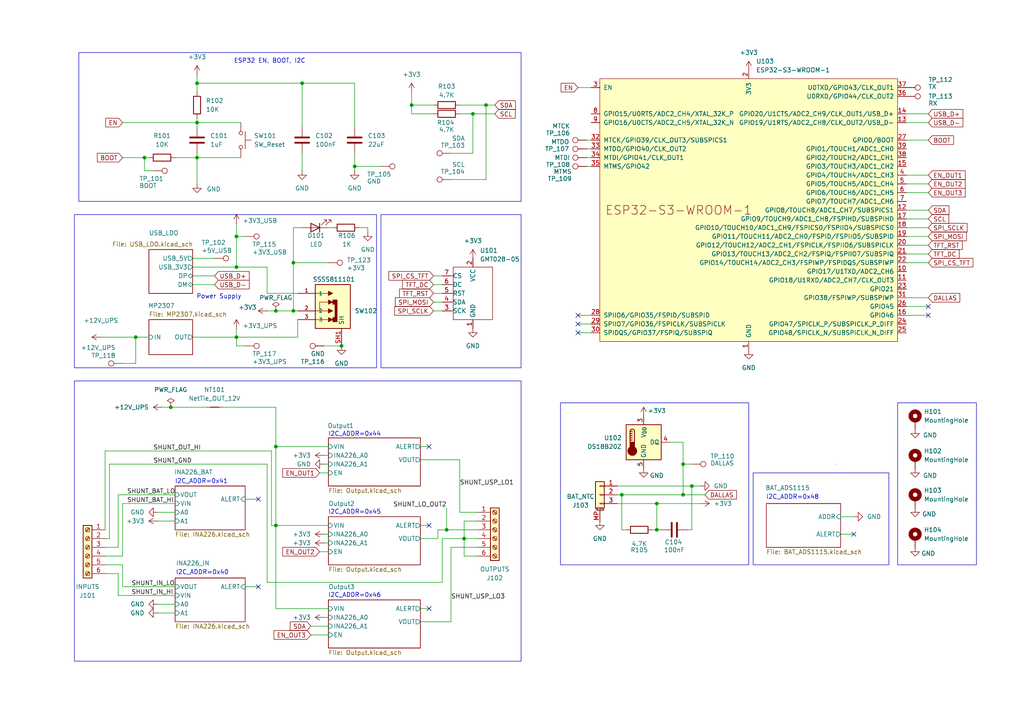
<source format=kicad_sch>
(kicad_sch (version 20250114) (generator "eeschema") (generator_version "9.0")
  (paper "A4")
  (title_block (title "NosVolt"))
  (lib_symbols
    (symbol "Connector:Screw_Terminal_01x06" (pin_names (offset 1.016) (hide yes))
      (property "Reference" "J" (at 0 7.62 0))
      (property "Value" "Screw_Terminal_01x06" (at 0 -10.16 0))
      (symbol "Screw_Terminal_01x06_1_1"
        (pin passive line (at -5.08 5.08 0) (length 3.81) (name "Pin_1") (number "1"))
        (pin passive line (at -5.08 2.54 0) (length 3.81) (name "Pin_2") (number "2"))
        (pin passive line (at -5.08 0 0) (length 3.81) (name "Pin_3") (number "3"))
        (pin passive line (at -5.08 -2.54 0) (length 3.81) (name "Pin_4") (number "4"))
        (pin passive line (at -5.08 -5.08 0) (length 3.81) (name "Pin_5") (number "5"))
        (pin passive line (at -5.08 -7.62 0) (length 3.81) (name "Pin_6") (number "6"))
      )
    )
    (symbol "Connector:TestPoint" (pin_numbers (hide yes)) (pin_names (offset 0.762) (hide yes))
      (property "Reference" "TP" (at 0 6.858 0))
      (property "Value" "TestPoint" (at 0 5.08 0))
      (symbol "TestPoint_1_1"
        (pin passive line (at 0 0 90) (length 2.54) (name "1") (number "1"))
      )
    )
    (symbol "Connector_Generic_MountingPin:Conn_01x03_MountingPin" (pin_names (offset 1.016) (hide yes))
      (property "Reference" "J" (at 0 5.08 0))
      (property "Value" "Conn_01x03_MountingPin" (at 1.27 -5.08 0))
      (symbol "Conn_01x03_MountingPin_1_1"
        (text "Mounting" (at 0 -4.191 0) (effects (font (size 0.381 0.381))))
        (pin passive line (at -5.08 2.54 0) (length 3.81) (name "Pin_1") (number "1"))
        (pin passive line (at -5.08 0 0) (length 3.81) (name "Pin_2") (number "2"))
        (pin passive line (at -5.08 -2.54 0) (length 3.81) (name "Pin_3") (number "3"))
        (pin passive line (at 0 -7.62 90) (length 3.048) (name "MountPin") (number "MP"))
      )
    )
    (symbol "Device:C" (pin_numbers (hide yes)) (pin_names (offset 0.254))
      (property "Reference" "C" (at 0.635 2.54 0))
      (property "Value" "C" (at 0.635 -2.54 0))
      (symbol "C_1_1"
        (pin passive line (at 0 3.81 270) (length 2.794) (name "~") (number "1"))
        (pin passive line (at 0 -3.81 90) (length 2.794) (name "~") (number "2"))
      )
    )
    (symbol "Device:LED" (pin_numbers (hide yes)) (pin_names (offset 1.016) (hide yes))
      (property "Reference" "D" (at 0 2.54 0))
      (property "Value" "LED" (at 0 -2.54 0))
      (symbol "LED_1_1"
        (pin passive line (at -3.81 0 0) (length 2.54) (name "K") (number "1"))
        (pin passive line (at 3.81 0 180) (length 2.54) (name "A") (number "2"))
      )
    )
    (symbol "Device:NetTie_2" (pin_numbers (hide yes)) (pin_names (offset 0) (hide yes)) (in_bom no)
      (property "Reference" "NT" (at 0 1.27 0))
      (property "Value" "NetTie_2" (at 0 -1.27 0))
      (symbol "NetTie_2_1_1"
        (pin passive line (at -2.54 0 0) (length 2.54) (name "1") (number "1"))
        (pin passive line (at 2.54 0 180) (length 2.54) (name "2") (number "2"))
      )
    )
    (symbol "Device:R" (pin_numbers (hide yes)) (pin_names (offset 0))
      (property "Reference" "R" (at 2.032 0 90))
      (property "Value" "R" (at 0 0 90))
      (symbol "R_1_1"
        (pin passive line (at 0 3.81 270) (length 1.27) (name "~") (number "1"))
        (pin passive line (at 0 -3.81 90) (length 1.27) (name "~") (number "2"))
      )
    )
    (symbol "Mechanical:MountingHole_Pad" (pin_numbers (hide yes)) (pin_names (offset 1.016) (hide yes)) (in_bom no)
      (property "Reference" "H" (at 0 6.35 0))
      (property "Value" "MountingHole_Pad" (at 0 4.445 0))
      (symbol "MountingHole_Pad_1_1"
        (pin input line (at 0 -2.54 90) (length 2.54) (name "1") (number "1"))
      )
    )
    (symbol "NosLib:GMT028-05"
      (property "Reference" "U" (at 3.556 11.43 0))
      (property "Value" "GMT028-05" (at 8.382 9.398 0))
      (symbol "GMT028-05_1_1"
        (pin input line (at -8.89 5.08 0) (length 2.54) (name "CS") (number "7"))
        (pin input line (at -8.89 2.54 0) (length 2.54) (name "DC") (number "6"))
        (pin input line (at -8.89 0 0) (length 2.54) (name "RST") (number "5"))
        (pin input line (at -8.89 -2.54 0) (length 2.54) (name "SDA") (number "4"))
        (pin input line (at -8.89 -5.08 0) (length 2.54) (name "SCK") (number "3"))
        (pin power_in line (at 0 10.16 270) (length 2.54) (name "VCC") (number "2"))
        (pin power_in line (at 0 -10.16 90) (length 2.54) (name "GND") (number "1"))
      )
    )
    (symbol "NosLib:SSSS811101" (pin_names (offset 1.016))
      (property "Reference" "S" (at -5.08 5.715 0))
      (property "Value" "SSSS811101" (at -2.54 5.842 0))
      (symbol "SSSS811101_0_0"
        (pin passive line (at 10.16 2.54 180) (length 5.08) (name "1") (number "1"))
        (pin passive line (at 10.16 -2.54 180) (length 5.08) (name "2") (number "2"))
        (pin passive line (at 10.16 -5.08 180) (length 5.08) (name "3") (number "3"))
      )
      (symbol "SSSS811101_1_0"
        (pin passive line (at -2.54 -12.7 90) (length 5.08) (hide yes) (name "SH") (number "SH2"))
        (pin passive line (at -2.54 -12.7 90) (length 5.08) (hide yes) (name "SH") (number "SH3"))
        (pin passive line (at -2.54 -12.7 90) (length 5.08) (hide yes) (name "SH") (number "SH4"))
      )
      (symbol "SSSS811101_1_1"
        (pin passive line (at -2.54 -12.7 90) (length 5.08) (name "SH") (number "SH1"))
      )
    )
    (symbol "PCM_Espressif:ESP32-S3-WROOM-1" (pin_names (offset 1.016))
      (property "Reference" "U" (at -43.18 43.18 0))
      (property "Value" "ESP32-S3-WROOM-1" (at -43.18 40.64 0))
      (symbol "ESP32-S3-WROOM-1_0_0"
        (text "ESP32-S3-WROOM-1" (at -20.32 0 0) (effects (font (size 2.54 2.54))))
        (pin input line (at -45.72 35.56 0) (length 2.54) (name "EN") (number "3"))
        (pin bidirectional line (at -45.72 27.94 0) (length 2.54) (name "GPIO15/U0RTS/ADC2_CH4/XTAL_32K_P") (number "8"))
        (pin bidirectional line (at -45.72 25.4 0) (length 2.54) (name "GPIO16/U0CTS/ADC2_CH5/XTAL_32K_N") (number "9"))
        (pin bidirectional line (at -45.72 20.32 0) (length 2.54) (name "MTCK/GPIO39/CLK_OUT3/SUBSPICS1") (number "32"))
        (pin bidirectional line (at -45.72 17.78 0) (length 2.54) (name "MTDO/GPIO40/CLK_OUT2") (number "33"))
        (pin bidirectional line (at -45.72 15.24 0) (length 2.54) (name "MTDI/GPIO41/CLK_OUT1") (number "34"))
        (pin bidirectional line (at -45.72 12.7 0) (length 2.54) (name "MTMS/GPIO42") (number "35"))
        (pin bidirectional line (at -45.72 -30.48 0) (length 2.54) (name "SPIIO6/GPIO35/FSPID/SUBSPID") (number "28"))
        (pin bidirectional line (at -45.72 -33.02 0) (length 2.54) (name "SPIIO7/GPIO36/FSPICLK/SUBSPICLK") (number "29"))
        (pin bidirectional line (at -45.72 -35.56 0) (length 2.54) (name "SPIDQS/GPIO37/FSPIQ/SUBSPIQ") (number "30"))
        (pin power_in line (at 0 40.64 270) (length 2.54) (name "3V3") (number "2"))
        (pin power_in line (at 0 -40.64 90) (length 2.54) (name "GND") (number "1"))
        (pin passive line (at 0 -40.64 90) (length 2.54) (hide yes) (name "GND") (number "40"))
        (pin passive line (at 0 -40.64 90) (length 2.54) (hide yes) (name "GND") (number "41"))
        (pin bidirectional line (at 45.72 35.56 180) (length 2.54) (name "U0TXD/GPIO43/CLK_OUT1") (number "37"))
        (pin bidirectional line (at 45.72 33.02 180) (length 2.54) (name "U0RXD/GPIO44/CLK_OUT2") (number "36"))
        (pin bidirectional line (at 45.72 27.94 180) (length 2.54) (name "GPIO20/U1CTS/ADC2_CH9/CLK_OUT1/USB_D+") (number "14"))
        (pin bidirectional line (at 45.72 25.4 180) (length 2.54) (name "GPIO19/U1RTS/ADC2_CH8/CLK_OUT2/USB_D-") (number "13"))
        (pin bidirectional line (at 45.72 20.32 180) (length 2.54) (name "GPIO0/BOOT") (number "27"))
        (pin bidirectional line (at 45.72 17.78 180) (length 2.54) (name "GPIO1/TOUCH1/ADC1_CH0") (number "39"))
        (pin bidirectional line (at 45.72 15.24 180) (length 2.54) (name "GPIO2/TOUCH2/ADC1_CH1") (number "38"))
        (pin bidirectional line (at 45.72 12.7 180) (length 2.54) (name "GPIO3/TOUCH3/ADC1_CH2") (number "15"))
        (pin bidirectional line (at 45.72 10.16 180) (length 2.54) (name "GPIO4/TOUCH4/ADC1_CH3") (number "4"))
        (pin bidirectional line (at 45.72 7.62 180) (length 2.54) (name "GPIO5/TOUCH5/ADC1_CH4") (number "5"))
        (pin bidirectional line (at 45.72 5.08 180) (length 2.54) (name "GPIO6/TOUCH6/ADC1_CH5") (number "6"))
        (pin bidirectional line (at 45.72 2.54 180) (length 2.54) (name "GPIO7/TOUCH7/ADC1_CH6") (number "7"))
        (pin bidirectional line (at 45.72 0 180) (length 2.54) (name "GPIO8/TOUCH8/ADC1_CH7/SUBSPICS1") (number "12"))
        (pin bidirectional line (at 45.72 -2.54 180) (length 2.54) (name "GPIO9/TOUCH9/ADC1_CH8/FSPIHD/SUBSPIHD") (number "17"))
        (pin bidirectional line (at 45.72 -5.08 180) (length 2.54) (name "GPIO10/TOUCH10/ADC1_CH9/FSPICS0/FSPIIO4/SUBSPICS0") (number "18"))
        (pin bidirectional line (at 45.72 -7.62 180) (length 2.54) (name "GPIO11/TOUCH11/ADC2_CH0/FSPID/FSPIIO5/SUBSPID") (number "19"))
        (pin bidirectional line (at 45.72 -10.16 180) (length 2.54) (name "GPIO12/TOUCH12/ADC2_CH1/FSPICLK/FSPIIO6/SUBSPICLK") (number "20"))
        (pin bidirectional line (at 45.72 -12.7 180) (length 2.54) (name "GPIO13/TOUCH13/ADC2_CH2/FSPIQ/FSPIIO7/SUBSPIQ") (number "21"))
        (pin bidirectional line (at 45.72 -15.24 180) (length 2.54) (name "GPIO14/TOUCH14/ADC2_CH3/FSPIWP/FSPIDQS/SUBSPIWP") (number "22"))
        (pin bidirectional line (at 45.72 -17.78 180) (length 2.54) (name "GPIO17/U1TXD/ADC2_CH6") (number "10"))
        (pin bidirectional line (at 45.72 -20.32 180) (length 2.54) (name "GPIO18/U1RXD/ADC2_CH7/CLK_OUT3") (number "11"))
        (pin bidirectional line (at 45.72 -22.86 180) (length 2.54) (name "GPIO21") (number "23"))
        (pin bidirectional line (at 45.72 -25.4 180) (length 2.54) (name "GPIO38/FSPIWP/SUBSPIWP") (number "31"))
        (pin bidirectional line (at 45.72 -27.94 180) (length 2.54) (name "GPIO45") (number "26"))
        (pin bidirectional line (at 45.72 -30.48 180) (length 2.54) (name "GPIO46") (number "16"))
        (pin bidirectional line (at 45.72 -33.02 180) (length 2.54) (name "GPIO47/SPICLK_P/SUBSPICLK_P_DIFF") (number "24"))
        (pin bidirectional line (at 45.72 -35.56 180) (length 2.54) (name "GPIO48/SPICLK_N/SUBSPICLK_N_DIFF") (number "25"))
      )
    )
    (symbol "Sensor_Temperature:DS18B20Z"
      (property "Reference" "U" (at -3.81 6.35 0))
      (property "Value" "DS18B20Z" (at 5.08 6.35 0))
      (symbol "DS18B20Z_1_1"
        (pin no_connect line (at -5.08 2.54 0) (length 2.54) (hide yes) (name "NC") (number "1"))
        (pin no_connect line (at -5.08 0 0) (length 2.54) (hide yes) (name "NC") (number "2"))
        (pin no_connect line (at -5.08 -2.54 0) (length 2.54) (hide yes) (name "NC") (number "6"))
        (pin power_in line (at 0 7.62 270) (length 2.54) (name "V_{DD}") (number "3"))
        (pin power_in line (at 0 -7.62 90) (length 2.54) (name "GND") (number "5"))
        (pin no_connect line (at 5.08 2.54 180) (length 2.54) (hide yes) (name "NC") (number "7"))
        (pin no_connect line (at 5.08 -2.54 180) (length 2.54) (hide yes) (name "NC") (number "8"))
        (pin bidirectional line (at 7.62 0 180) (length 2.54) (name "DQ") (number "4"))
      )
    )
    (symbol "Switch:SW_Push" (pin_numbers (hide yes)) (pin_names (offset 1.016) (hide yes))
      (property "Reference" "SW" (at 1.27 2.54 0))
      (property "Value" "SW_Push" (at 0 -1.524 0))
      (symbol "SW_Push_0_1"
        (pin passive line (at -5.08 0 0) (length 2.54) (name "1") (number "1"))
        (pin passive line (at 5.08 0 180) (length 2.54) (name "2") (number "2"))
      )
    )
    (symbol "power:+12V" (power) (pin_numbers (hide yes)) (pin_names (offset 0) (hide yes))
      (property "Value" "+12V" (at 0 3.556 0))
      (symbol "+12V_1_1"
        (pin power_in line (at 0 0 90) (length 0) (name "~") (number "1"))
      )
    )
    (symbol "power:+3.3V" (power) (pin_numbers (hide yes)) (pin_names (offset 0) (hide yes))
      (property "Value" "+3.3V" (at 0 3.556 0))
      (symbol "+3.3V_1_1"
        (pin power_in line (at 0 0 90) (length 0) (name "~") (number "1"))
      )
    )
    (symbol "power:GND" (power) (pin_numbers (hide yes)) (pin_names (offset 0) (hide yes))
      (property "Value" "GND" (at 0 -3.81 0))
      (symbol "GND_1_1"
        (pin power_in line (at 0 0 270) (length 0) (name "~") (number "1"))
      )
    )
    (symbol "power:PWR_FLAG" (power) (pin_numbers (hide yes)) (pin_names (offset 0) (hide yes))
      (property "Value" "PWR_FLAG" (at 0 3.81 0))
      (symbol "PWR_FLAG_0_0"
        (pin power_out line (at 0 0 90) (length 0) (name "~") (number "1"))
      )
    )
  )
  (rectangle (start 110.49 62.23) (end 151.13 106.68))
  (rectangle (start 21.59 62.23) (end 109.22 106.68))
  (rectangle (start 22.86 15.24) (end 151.13 58.42))
  (rectangle (start 218.44 137.16) (end 257.81 163.83))
  (rectangle (start 242.57 134.62) (end 242.57 134.62))
  (rectangle (start 21.59 110.49) (end 151.13 191.77))
  (rectangle (start 162.56 116.84) (end 217.17 163.83))
  (rectangle (start 260.35 116.84) (end 283.21 163.83))
  (text "Power Supply" (at 63.5 86.106 0) (effects (font (size 1.27 1.27))))
  (text "I2C_ADDR=0x46" (at 102.87 172.72 0) (effects (font (size 1.27 1.27))))
  (text "I2C_ADDR=0x41" (at 58.42 139.7 0) (effects (font (size 1.27 1.27))))
  (text "ESP32 EN, BOOT, I2C" (at 78.232 17.78 0) (effects (font (size 1.27 1.27))))
  (text "I2C_ADDR=0x48" (at 229.87 144.272 0) (effects (font (size 1.27 1.27))))
  (text "I2C_ADDR=0x45" (at 102.87 148.59 0) (effects (font (size 1.27 1.27))))
  (text "I2C_ADDR=0x40" (at 58.674 166.116 0) (effects (font (size 1.27 1.27))))
  (text "I2C_ADDR=0x44" (at 102.87 125.984 0) (effects (font (size 1.27 1.27))))
  (junction (at 87.63 24.13))
  (junction (at 140.97 30.48))
  (junction (at 57.15 24.13))
  (junction (at 57.15 35.56))
  (junction (at 85.09 76.2))
  (junction (at 119.38 30.48))
  (junction (at 68.58 97.79))
  (junction (at 80.01 129.54))
  (junction (at 198.12 143.51))
  (junction (at 41.91 45.72))
  (junction (at 57.15 45.72))
  (junction (at 85.09 90.17))
  (junction (at 39.37 97.79))
  (junction (at 180.34 143.51))
  (junction (at 99.06 100.33))
  (junction (at 134.62 156.21))
  (junction (at 190.5 146.05))
  (junction (at 200.66 140.97))
  (junction (at 102.87 48.26))
  (junction (at 68.58 77.47))
  (junction (at 198.12 134.62))
  (junction (at 129.54 153.67))
  (junction (at 80.01 152.4))
  (junction (at 68.58 68.58))
  (junction (at 137.16 33.02))
  (junction (at 49.53 118.11))
  (junction (at 80.01 90.17))
  (junction (at 190.5 153.67))
  (no_connect (at 124.46 152.4))
  (no_connect (at 167.64 93.98))
  (no_connect (at 74.93 170.18))
  (no_connect (at 247.65 154.94))
  (no_connect (at 269.24 91.44))
  (no_connect (at 74.93 144.78))
  (no_connect (at 269.24 88.9))
  (no_connect (at 124.46 176.53))
  (no_connect (at 167.64 91.44))
  (no_connect (at 124.46 129.54))
  (no_connect (at 167.64 96.52))
  (wire (pts (xy 68.58 77.47) (xy 77.47 77.47)))
  (wire (pts (xy 77.47 90.17) (xy 80.01 90.17)))
  (wire (pts (xy 95.25 66.04) (xy 96.52 66.04)))
  (wire (pts (xy 106.68 66.04) (xy 104.14 66.04)))
  (wire (pts (xy 35.56 163.83) (xy 35.56 170.18)))
  (wire (pts (xy 93.98 100.33) (xy 99.06 100.33)))
  (wire (pts (xy 119.38 33.02) (xy 125.73 33.02)))
  (wire (pts (xy 179.07 140.97) (xy 200.66 140.97)))
  (wire (pts (xy 55.88 82.55) (xy 62.23 82.55)))
  (wire (pts (xy 86.36 97.79) (xy 68.58 97.79)))
  (wire (pts (xy 181.61 153.67) (xy 180.34 153.67)))
  (wire (pts (xy 85.09 66.04) (xy 85.09 76.2)))
  (wire (pts (xy 140.97 52.07) (xy 140.97 30.48)))
  (wire (pts (xy 269.24 76.2) (xy 262.89 76.2)))
  (wire (pts (xy 80.01 152.4) (xy 95.25 152.4)))
  (wire (pts (xy 78.74 130.81) (xy 78.74 152.4)))
  (wire (pts (xy 68.58 97.79) (xy 68.58 100.33)))
  (wire (pts (xy 134.62 151.13) (xy 134.62 156.21)))
  (wire (pts (xy 31.75 156.21) (xy 31.75 134.62)))
  (wire (pts (xy 30.48 166.37) (xy 34.29 166.37)))
  (wire (pts (xy 130.81 52.07) (xy 140.97 52.07)))
  (wire (pts (xy 45.72 151.13) (xy 50.8 151.13)))
  (wire (pts (xy 43.18 45.72) (xy 41.91 45.72)))
  (wire (pts (xy 106.68 66.04) (xy 106.68 67.31)))
  (wire (pts (xy 80.01 176.53) (xy 80.01 152.4)))
  (wire (pts (xy 87.63 24.13) (xy 87.63 36.83)))
  (wire (pts (xy 167.64 91.44) (xy 171.45 91.44)))
  (wire (pts (xy 198.12 143.51) (xy 204.47 143.51)))
  (wire (pts (xy 133.35 33.02) (xy 137.16 33.02)))
  (wire (pts (xy 34.29 158.75) (xy 34.29 143.51)))
  (wire (pts (xy 80.01 129.54) (xy 80.01 152.4)))
  (wire (pts (xy 125.73 85.09) (xy 128.27 85.09)))
  (wire (pts (xy 80.01 176.53) (xy 95.25 176.53)))
  (wire (pts (xy 102.87 49.53) (xy 102.87 48.26)))
  (wire (pts (xy 30.48 163.83) (xy 35.56 163.83)))
  (wire (pts (xy 269.24 86.36) (xy 262.89 86.36)))
  (wire (pts (xy 138.43 151.13) (xy 134.62 151.13)))
  (wire (pts (xy 93.98 134.62) (xy 95.25 134.62)))
  (wire (pts (xy 180.34 143.51) (xy 198.12 143.51)))
  (wire (pts (xy 119.38 30.48) (xy 119.38 33.02)))
  (wire (pts (xy 203.2 140.97) (xy 200.66 140.97)))
  (wire (pts (xy 127 153.67) (xy 129.54 153.67)))
  (wire (pts (xy 30.48 158.75) (xy 34.29 158.75)))
  (wire (pts (xy 119.38 30.48) (xy 125.73 30.48)))
  (wire (pts (xy 77.47 134.62) (xy 77.47 168.91)))
  (wire (pts (xy 93.98 132.08) (xy 95.25 132.08)))
  (wire (pts (xy 30.48 153.67) (xy 30.48 130.81)))
  (wire (pts (xy 190.5 146.05) (xy 203.2 146.05)))
  (wire (pts (xy 57.15 44.45) (xy 57.15 45.72)))
  (wire (pts (xy 86.36 92.71) (xy 86.36 97.79)))
  (wire (pts (xy 78.74 152.4) (xy 80.01 152.4)))
  (wire (pts (xy 138.43 161.29) (xy 134.62 161.29)))
  (wire (pts (xy 125.73 80.01) (xy 128.27 80.01)))
  (wire (pts (xy 55.88 97.79) (xy 68.58 97.79)))
  (wire (pts (xy 179.07 143.51) (xy 180.34 143.51)))
  (wire (pts (xy 31.75 134.62) (xy 77.47 134.62)))
  (wire (pts (xy 35.56 161.29) (xy 35.56 146.05)))
  (wire (pts (xy 269.24 71.12) (xy 262.89 71.12)))
  (wire (pts (xy 170.18 45.72) (xy 171.45 45.72)))
  (wire (pts (xy 243.84 154.94) (xy 247.65 154.94)))
  (wire (pts (xy 57.15 45.72) (xy 50.8 45.72)))
  (wire (pts (xy 95.25 76.2) (xy 85.09 76.2)))
  (wire (pts (xy 121.92 176.53) (xy 124.46 176.53)))
  (wire (pts (xy 87.63 49.53) (xy 87.63 44.45)))
  (wire (pts (xy 137.16 33.02) (xy 143.51 33.02)))
  (wire (pts (xy 269.24 66.04) (xy 262.89 66.04)))
  (wire (pts (xy 35.56 105.41) (xy 39.37 105.41)))
  (wire (pts (xy 269.24 88.9) (xy 262.89 88.9)))
  (wire (pts (xy 45.72 175.26) (xy 50.8 175.26)))
  (wire (pts (xy 68.58 95.25) (xy 68.58 97.79)))
  (wire (pts (xy 129.54 153.67) (xy 138.43 153.67)))
  (wire (pts (xy 127 156.21) (xy 127 153.67)))
  (wire (pts (xy 102.87 24.13) (xy 102.87 36.83)))
  (wire (pts (xy 170.18 43.18) (xy 171.45 43.18)))
  (wire (pts (xy 130.81 158.75) (xy 138.43 158.75)))
  (wire (pts (xy 90.17 184.15) (xy 95.25 184.15)))
  (wire (pts (xy 92.71 137.16) (xy 95.25 137.16)))
  (wire (pts (xy 87.63 24.13) (xy 102.87 24.13)))
  (wire (pts (xy 262.89 33.02) (xy 269.24 33.02)))
  (wire (pts (xy 57.15 24.13) (xy 87.63 24.13)))
  (wire (pts (xy 57.15 24.13) (xy 57.15 26.67)))
  (wire (pts (xy 85.09 90.17) (xy 86.36 90.17)))
  (wire (pts (xy 121.92 152.4) (xy 124.46 152.4)))
  (wire (pts (xy 68.58 64.77) (xy 68.58 68.58)))
  (wire (pts (xy 189.23 153.67) (xy 190.5 153.67)))
  (wire (pts (xy 247.65 149.86) (xy 243.84 149.86)))
  (wire (pts (xy 55.88 80.01) (xy 62.23 80.01)))
  (wire (pts (xy 49.53 118.11) (xy 59.69 118.11)))
  (wire (pts (xy 46.99 118.11) (xy 49.53 118.11)))
  (wire (pts (xy 77.47 168.91) (xy 128.27 168.91)))
  (wire (pts (xy 77.47 77.47) (xy 77.47 85.09)))
  (wire (pts (xy 125.73 87.63) (xy 128.27 87.63)))
  (wire (pts (xy 68.58 68.58) (xy 68.58 77.47)))
  (wire (pts (xy 93.98 157.48) (xy 95.25 157.48)))
  (wire (pts (xy 29.21 97.79) (xy 39.37 97.79)))
  (wire (pts (xy 262.89 53.34) (xy 269.24 53.34)))
  (wire (pts (xy 121.92 133.35) (xy 133.35 133.35)))
  (wire (pts (xy 34.29 166.37) (xy 34.29 172.72)))
  (wire (pts (xy 35.56 170.18) (xy 50.8 170.18)))
  (wire (pts (xy 80.01 118.11) (xy 80.01 129.54)))
  (wire (pts (xy 133.35 148.59) (xy 138.43 148.59)))
  (wire (pts (xy 130.81 180.34) (xy 130.81 158.75)))
  (wire (pts (xy 137.16 44.45) (xy 137.16 33.02)))
  (wire (pts (xy 85.09 76.2) (xy 85.09 90.17)))
  (wire (pts (xy 45.72 148.59) (xy 50.8 148.59)))
  (wire (pts (xy 77.47 85.09) (xy 86.36 85.09)))
  (wire (pts (xy 262.89 55.88) (xy 269.24 55.88)))
  (wire (pts (xy 128.27 156.21) (xy 134.62 156.21)))
  (wire (pts (xy 121.92 156.21) (xy 127 156.21)))
  (wire (pts (xy 102.87 48.26) (xy 102.87 44.45)))
  (wire (pts (xy 133.35 30.48) (xy 140.97 30.48)))
  (wire (pts (xy 269.24 68.58) (xy 262.89 68.58)))
  (wire (pts (xy 64.77 118.11) (xy 80.01 118.11)))
  (wire (pts (xy 121.92 180.34) (xy 130.81 180.34)))
  (wire (pts (xy 68.58 68.58) (xy 71.12 68.58)))
  (wire (pts (xy 71.12 170.18) (xy 74.93 170.18)))
  (wire (pts (xy 269.24 91.44) (xy 262.89 91.44)))
  (wire (pts (xy 34.29 172.72) (xy 50.8 172.72)))
  (wire (pts (xy 199.39 153.67) (xy 200.66 153.67)))
  (wire (pts (xy 93.98 154.94) (xy 95.25 154.94)))
  (wire (pts (xy 71.12 144.78) (xy 74.93 144.78)))
  (wire (pts (xy 130.81 44.45) (xy 137.16 44.45)))
  (wire (pts (xy 30.48 161.29) (xy 35.56 161.29)))
  (wire (pts (xy 57.15 35.56) (xy 57.15 34.29)))
  (wire (pts (xy 134.62 156.21) (xy 138.43 156.21)))
  (wire (pts (xy 57.15 35.56) (xy 69.85 35.56)))
  (wire (pts (xy 125.73 90.17) (xy 128.27 90.17)))
  (wire (pts (xy 80.01 90.17) (xy 85.09 90.17)))
  (wire (pts (xy 198.12 134.62) (xy 198.12 143.51)))
  (wire (pts (xy 167.64 93.98) (xy 171.45 93.98)))
  (wire (pts (xy 262.89 50.8) (xy 269.24 50.8)))
  (wire (pts (xy 140.97 30.48) (xy 143.51 30.48)))
  (wire (pts (xy 57.15 45.72) (xy 69.85 45.72)))
  (wire (pts (xy 262.89 60.96) (xy 269.24 60.96)))
  (wire (pts (xy 35.56 35.56) (xy 57.15 35.56)))
  (wire (pts (xy 167.64 96.52) (xy 171.45 96.52)))
  (wire (pts (xy 41.91 49.53) (xy 44.45 49.53)))
  (wire (pts (xy 92.71 160.02) (xy 95.25 160.02)))
  (wire (pts (xy 129.54 147.32) (xy 129.54 153.67)))
  (wire (pts (xy 190.5 153.67) (xy 191.77 153.67)))
  (wire (pts (xy 30.48 130.81) (xy 78.74 130.81)))
  (wire (pts (xy 39.37 97.79) (xy 43.18 97.79)))
  (wire (pts (xy 179.07 146.05) (xy 190.5 146.05)))
  (wire (pts (xy 121.92 129.54) (xy 124.46 129.54)))
  (wire (pts (xy 87.63 66.04) (xy 85.09 66.04)))
  (wire (pts (xy 55.88 77.47) (xy 68.58 77.47)))
  (wire (pts (xy 198.12 134.62) (xy 200.66 134.62)))
  (wire (pts (xy 57.15 36.83) (xy 57.15 35.56)))
  (wire (pts (xy 80.01 129.54) (xy 95.25 129.54)))
  (wire (pts (xy 200.66 153.67) (xy 200.66 140.97)))
  (wire (pts (xy 39.37 105.41) (xy 39.37 97.79)))
  (wire (pts (xy 170.18 48.26) (xy 171.45 48.26)))
  (wire (pts (xy 262.89 63.5) (xy 269.24 63.5)))
  (wire (pts (xy 133.35 133.35) (xy 133.35 148.59)))
  (wire (pts (xy 57.15 21.59) (xy 57.15 24.13)))
  (wire (pts (xy 41.91 45.72) (xy 41.91 49.53)))
  (wire (pts (xy 125.73 82.55) (xy 128.27 82.55)))
  (wire (pts (xy 194.31 128.27) (xy 198.12 128.27)))
  (wire (pts (xy 102.87 48.26) (xy 110.49 48.26)))
  (wire (pts (xy 119.38 26.67) (xy 119.38 30.48)))
  (wire (pts (xy 41.91 45.72) (xy 35.56 45.72)))
  (wire (pts (xy 180.34 153.67) (xy 180.34 143.51)))
  (wire (pts (xy 90.17 181.61) (xy 95.25 181.61)))
  (wire (pts (xy 68.58 100.33) (xy 71.12 100.33)))
  (wire (pts (xy 190.5 153.67) (xy 190.5 146.05)))
  (wire (pts (xy 30.48 156.21) (xy 31.75 156.21)))
  (wire (pts (xy 128.27 168.91) (xy 128.27 156.21)))
  (wire (pts (xy 93.98 179.07) (xy 95.25 179.07)))
  (wire (pts (xy 35.56 146.05) (xy 50.8 146.05)))
  (wire (pts (xy 269.24 40.64) (xy 262.89 40.64)))
  (wire (pts (xy 269.24 73.66) (xy 262.89 73.66)))
  (wire (pts (xy 57.15 45.72) (xy 57.15 53.34)))
  (wire (pts (xy 134.62 161.29) (xy 134.62 156.21)))
  (wire (pts (xy 262.89 35.56) (xy 269.24 35.56)))
  (wire (pts (xy 55.88 74.93) (xy 62.23 74.93)))
  (wire (pts (xy 34.29 143.51) (xy 50.8 143.51)))
  (wire (pts (xy 198.12 128.27) (xy 198.12 134.62)))
  (wire (pts (xy 170.18 40.64) (xy 171.45 40.64)))
  (wire (pts (xy 45.72 177.8) (xy 50.8 177.8)))
  (wire (pts (xy 167.64 25.4) (xy 171.45 25.4)))
  (label "SHUNT_LO_OUT2" (at 129.54 147.32 180))
  (label "SHUNT_BAT_LO" (at 36.83 143.51 0))
  (label "SHUNT_OUT_HI" (at 44.45 130.81 0))
  (label "SHUNT_BAT_HI" (at 36.83 146.05 0))
  (label "SHUNT_GND" (at 44.45 134.62 0))
  (label "SHUNT_USP_LO1" (at 133.35 140.97 0))
  (label "SHUNT_IN_LO" (at 38.1 170.18 0))
  (label "SHUNT_USP_LO3" (at 130.81 173.99 0))
  (label "SHUNT_IN_HI" (at 38.1 172.72 0))
  (global_label "TFT_DC" (shape input) (at 125.73 82.55 180) (property "Intersheetrefs" "${INTERSHEET_REFS}" (effects (hide yes))))
  (global_label "SCL" (shape input) (at 143.51 33.02 0) (property "Intersheetrefs" "${INTERSHEET_REFS}" (effects (hide yes))))
  (global_label "SDA" (shape input) (at 269.24 60.96 0) (property "Intersheetrefs" "${INTERSHEET_REFS}" (effects (hide yes))))
  (global_label "TFT_RST" (shape input) (at 125.73 85.09 180) (property "Intersheetrefs" "${INTERSHEET_REFS}" (effects (hide yes))))
  (global_label "SPI_CS_TFT" (shape input) (at 269.24 76.2 0) (property "Intersheetrefs" "${INTERSHEET_REFS}" (effects (hide yes))))
  (global_label "EN_OUT1" (shape input) (at 92.71 137.16 180) (property "Intersheetrefs" "${INTERSHEET_REFS}" (effects (hide yes))))
  (global_label "USB_D-" (shape input) (at 269.24 35.56 0) (property "Intersheetrefs" "${INTERSHEET_REFS}" (effects (hide yes))))
  (global_label "TFT_RST" (shape input) (at 269.24 71.12 0) (property "Intersheetrefs" "${INTERSHEET_REFS}" (effects (hide yes))))
  (global_label "EN" (shape input) (at 35.56 35.56 180) (property "Intersheetrefs" "${INTERSHEET_REFS}" (effects (hide yes))))
  (global_label "SCL" (shape input) (at 269.24 63.5 0) (property "Intersheetrefs" "${INTERSHEET_REFS}" (effects (hide yes))))
  (global_label "EN_OUT2" (shape input) (at 92.71 160.02 180) (property "Intersheetrefs" "${INTERSHEET_REFS}" (effects (hide yes))))
  (global_label "EN_OUT3" (shape input) (at 269.24 55.88 0) (property "Intersheetrefs" "${INTERSHEET_REFS}" (effects (hide yes))))
  (global_label "DALLAS" (shape input) (at 269.24 86.36 0) (property "Intersheetrefs" "${INTERSHEET_REFS}" (effects (hide yes))))
  (global_label "USB_D+" (shape input) (at 269.24 33.02 0) (property "Intersheetrefs" "${INTERSHEET_REFS}" (effects (hide yes))))
  (global_label "BOOT" (shape input) (at 269.24 40.64 0) (property "Intersheetrefs" "${INTERSHEET_REFS}" (effects (hide yes))))
  (global_label "TFT_DC" (shape input) (at 269.24 73.66 0) (property "Intersheetrefs" "${INTERSHEET_REFS}" (effects (hide yes))))
  (global_label "EN_OUT3" (shape input) (at 90.17 184.15 180) (property "Intersheetrefs" "${INTERSHEET_REFS}" (effects (hide yes))))
  (global_label "SPI_SCLK" (shape input) (at 125.73 90.17 180) (property "Intersheetrefs" "${INTERSHEET_REFS}" (effects (hide yes))))
  (global_label "EN_OUT2" (shape input) (at 269.24 53.34 0) (property "Intersheetrefs" "${INTERSHEET_REFS}" (effects (hide yes))))
  (global_label "SPI_MOSI" (shape input) (at 269.24 68.58 0) (property "Intersheetrefs" "${INTERSHEET_REFS}" (effects (hide yes))))
  (global_label "DALLAS" (shape input) (at 204.47 143.51 0) (property "Intersheetrefs" "${INTERSHEET_REFS}" (effects (hide yes))))
  (global_label "SDA" (shape input) (at 143.51 30.48 0) (property "Intersheetrefs" "${INTERSHEET_REFS}" (effects (hide yes))))
  (global_label "USB_D-" (shape input) (at 62.23 82.55 0) (property "Intersheetrefs" "${INTERSHEET_REFS}" (effects (hide yes))))
  (global_label "SPI_SCLK" (shape input) (at 269.24 66.04 0) (property "Intersheetrefs" "${INTERSHEET_REFS}" (effects (hide yes))))
  (global_label "BOOT" (shape input) (at 35.56 45.72 180) (property "Intersheetrefs" "${INTERSHEET_REFS}" (effects (hide yes))))
  (global_label "EN_OUT1" (shape input) (at 269.24 50.8 0) (property "Intersheetrefs" "${INTERSHEET_REFS}" (effects (hide yes))))
  (global_label "SPI_CS_TFT" (shape input) (at 125.73 80.01 180) (property "Intersheetrefs" "${INTERSHEET_REFS}" (effects (hide yes))))
  (global_label "USB_D+" (shape input) (at 62.23 80.01 0) (property "Intersheetrefs" "${INTERSHEET_REFS}" (effects (hide yes))))
  (global_label "EN" (shape input) (at 167.64 25.4 180) (property "Intersheetrefs" "${INTERSHEET_REFS}" (effects (hide yes))))
  (global_label "SPI_MOSI" (shape input) (at 125.73 87.63 180) (property "Intersheetrefs" "${INTERSHEET_REFS}" (effects (hide yes))))
  (global_label "SDA" (shape input) (at 90.17 181.61 180) (property "Intersheetrefs" "${INTERSHEET_REFS}" (effects (hide yes))))
  (symbol (lib_id "power:GND") (at 87.63 49.53 0) (unit 1)
    (property "Reference" "#PWR0112" (effects (hide yes)))
    (property "Value" "GND" (at 87.63 54.61 0))
    (property "Description" "Power symbol creates a global label with name \"GND\" , ground" (effects (hide yes)))
  )
  (symbol (lib_id "power:GND") (at 99.06 100.33 0) (unit 1)
    (property "Reference" "#PWR0113" (effects (hide yes)))
    (property "Value" "GND" (at 99.06 105.41 0))
    (property "Description" "Power symbol creates a global label with name \"GND\" , ground" (effects (hide yes)))
  )
  (symbol (lib_id "NosLib:GMT028-05") (at 137.16 85.09 0) (unit 1)
    (property "Reference" "U101" (at 139.192 72.644 0) (effects (justify left)))
    (property "Value" "GMT028-05" (at 139.192 75.184 0) (effects (justify left)))
    (property "Footprint" "NosLib:GMT028-05" (effects (hide yes)))
    (property "Description" "2.8\" TFT SPI 240x320 Screen" (effects (hide yes)))
  )
  (symbol (lib_id "Device:R") (at 129.54 33.02 90) (unit 1)
    (property "Reference" "R104" (at 129.286 35.56 90))
    (property "Value" "4.7K" (at 129.54 37.592 90))
    (property "Footprint" "Resistor_SMD:R_0603_1608Metric_Pad0.98x0.95mm_HandSolder" (effects (hide yes)))
    (property "Description" "Resistor" (effects (hide yes)))
  )
  (symbol (lib_id "Connector:TestPoint") (at 262.89 27.94 270) (unit 1)
    (property "Reference" "TP_113" (at 269.24 27.94 90) (effects (justify left)))
    (property "Value" "RX" (at 269.24 29.972 90) (effects (justify left)))
    (property "Footprint" "NosLib:TestPoint_Pad_1.0x1.0mm" (effects (hide yes)))
    (property "Description" "test point" (effects (hide yes)))
  )
  (symbol (lib_id "power:+3.3V") (at 217.17 20.32 0) (unit 1)
    (property "Reference" "#PWR0130" (effects (hide yes)))
    (property "Value" "+3V3" (at 217.17 15.24 0))
    (property "Description" "Power symbol creates a global label with name \"+3.3V\"" (effects (hide yes)))
  )
  (symbol (lib_id "PCM_Espressif:ESP32-S3-WROOM-1") (at 217.17 60.96 0) (unit 1)
    (property "Reference" "U103" (at 219.3133 17.78 0) (effects (justify left)))
    (property "Value" "ESP32-S3-WROOM-1" (at 219.3133 20.32 0) (effects (justify left)))
    (property "Footprint" "PCM_Espressif:ESP32-S3-WROOM-1" (effects (hide yes)))
    (property "Datasheet" "https://www.espressif.com/sites/default/files/documentation/esp32-s3-wroom-1_wroom-1u_datasheet_en.pdf" (effects (hide yes)))
    (property "Description" "2.4 GHz WiFi (802.11 b/g/n) and Bluetooth ® 5 (LE) module Built around ESP32S3 series of SoCs, Xtensa ® dualcore 32bit LX7 microprocessor Flash up to 16 MB, PSRAM up to 8 MB 36 GPIOs, rich set of peripherals Onboard PCB antenna" (effects (hide yes)))
  )
  (symbol (lib_id "power:+3.3V") (at 77.47 90.17 90) (unit 1)
    (property "Reference" "#PWR0111" (effects (hide yes)))
    (property "Value" "+3V3" (at 74.422 89.154 90) (effects (justify left)))
    (property "Description" "Power symbol creates a global label with name \"+3.3V\"" (effects (hide yes)))
  )
  (symbol (lib_id "Device:C") (at 102.87 40.64 0) (unit 1)
    (property "Reference" "C103" (at 106.68 39.3699 0) (effects (justify left)))
    (property "Value" "22uF" (at 106.68 41.9099 0) (effects (justify left)))
    (property "Footprint" "Capacitor_SMD:C_0805_2012Metric_Pad1.18x1.45mm_HandSolder" (effects (hide yes)))
    (property "Description" "Unpolarized capacitor" (effects (hide yes)))
  )
  (symbol (lib_id "Connector:Screw_Terminal_01x06") (at 143.51 153.67 0) (unit 1)
    (property "Reference" "J102" (at 143.51 167.64 0))
    (property "Value" "OUTPUTS" (at 143.51 165.1 0))
    (property "Footprint" "TerminalBlock_Phoenix:TerminalBlock_Phoenix_MKDS-1,5-6-5.08_1x06_P5.08mm_Horizontal" (effects (hide yes)))
    (property "Description" "Generic screw terminal, single row, 01x06, script generated (kicad-library-utils/schlib/autogen/connector/)" (effects (hide yes)))
  )
  (symbol (lib_id "Device:C") (at 57.15 40.64 0) (unit 1)
    (property "Reference" "C101" (at 60.96 39.3699 0) (effects (justify left)))
    (property "Value" "1uF" (at 60.96 41.9099 0) (effects (justify left)))
    (property "Footprint" "Capacitor_SMD:C_0805_2012Metric_Pad1.18x1.45mm_HandSolder" (effects (hide yes)))
    (property "Description" "Unpolarized capacitor" (effects (hide yes)))
  )
  (symbol (lib_id "power:GND") (at 102.87 49.53 0) (unit 1)
    (property "Reference" "#PWR0119" (effects (hide yes)))
    (property "Value" "GND" (at 102.87 54.61 0))
    (property "Description" "Power symbol creates a global label with name \"GND\" , ground" (effects (hide yes)))
  )
  (symbol (lib_id "power:GND") (at 186.69 135.89 0) (unit 1)
    (property "Reference" "#PWR0126" (effects (hide yes)))
    (property "Value" "GND" (at 190.5 137.922 0))
    (property "Description" "Power symbol creates a global label with name \"GND\" , ground" (effects (hide yes)))
  )
  (symbol (lib_id "Device:R") (at 100.33 66.04 90) (unit 1)
    (property "Reference" "R106" (at 100.584 68.326 90))
    (property "Value" "1K" (at 100.584 70.866 90))
    (property "Footprint" "Resistor_SMD:R_0603_1608Metric_Pad0.98x0.95mm_HandSolder" (effects (hide yes)))
    (property "Description" "Resistor" (effects (hide yes)))
  )
  (symbol (lib_id "NosLib:SSSS811101") (at 96.52 87.63 0) (mirror y) (unit 1)
    (property "Reference" "SW102" (at 102.87 90.1701 0) (effects (justify right)))
    (property "Value" "SSSS811101" (at 90.678 81.026 0) (effects (justify right)))
    (property "Footprint" "SSSS811101:SW_SSSS811101" (effects (hide yes)))
    (property "Description" "Switch Slide SP Side Slide 0.3A 5VDC 10000Cycles Gull Wing SMD T/R" (effects (hide yes)))
  )
  (symbol (lib_id "power:GND") (at 93.98 134.62 270) (unit 1)
    (property "Reference" "#PWR0115" (effects (hide yes)))
    (property "Value" "GND" (at 90.17 134.6199 90) (effects (justify right)))
    (property "Description" "Power symbol creates a global label with name \"GND\" , ground" (effects (hide yes)))
  )
  (symbol (lib_id "Connector:TestPoint") (at 170.18 43.18 90) (unit 1)
    (property "Reference" "TP_107" (at 165.1 43.18 90) (effects (justify left)))
    (property "Value" "MTDO" (at 165.1 41.148 90) (effects (justify left)))
    (property "Footprint" "NosLib:TestPoint_Pad_1.0x1.0mm" (effects (hide yes)))
    (property "Description" "test point" (effects (hide yes)))
  )
  (symbol (lib_id "power:GND") (at 45.72 175.26 270) (unit 1)
    (property "Reference" "#PWR0104" (effects (hide yes)))
    (property "Value" "GND" (at 41.91 175.2599 90) (effects (justify right)))
    (property "Description" "Power symbol creates a global label with name \"GND\" , ground" (effects (hide yes)))
  )
  (symbol (lib_id "Connector:TestPoint") (at 95.25 76.2 270) (unit 1)
    (property "Reference" "TP_123" (at 100.584 75.438 90) (effects (justify left)))
    (property "Value" "+3V3" (at 100.584 77.724 90) (effects (justify left)))
    (property "Footprint" "NosLib:TestPoint_Pad_1.0x1.0mm" (effects (hide yes)))
    (property "Description" "test point" (effects (hide yes)))
  )
  (symbol (lib_id "power:GND") (at 265.43 124.46 0) (unit 1)
    (property "Reference" "#PWR0134" (effects (hide yes)))
    (property "Value" "GND" (at 269.748 126.238 0))
    (property "Description" "Power symbol creates a global label with name \"GND\" , ground" (effects (hide yes)))
  )
  (symbol (lib_id "Connector:TestPoint") (at 71.12 68.58 270) (unit 1)
    (property "Reference" "TP_115" (at 73.152 70.866 90) (effects (justify left)))
    (property "Value" "+3V3_USB" (at 73.152 73.152 90) (effects (justify left)))
    (property "Footprint" "NosLib:TestPoint_Pad_1.0x1.0mm" (effects (hide yes)))
    (property "Description" "test point" (effects (hide yes)))
  )
  (symbol (lib_id "Mechanical:MountingHole_Pad") (at 265.43 156.21 0) (unit 1) (in_bom no)
    (property "Reference" "H104" (at 267.97 153.6699 0) (effects (justify left)))
    (property "Value" "MountingHole" (at 267.97 156.2099 0) (effects (justify left)))
    (property "Footprint" "MountingHole:MountingHole_3.2mm_M3_Pad_Via" (effects (hide yes)))
    (property "Description" "Mounting Hole with connection" (effects (hide yes)))
  )
  (symbol (lib_id "power:+3.3V") (at 203.2 146.05 270) (unit 1)
    (property "Reference" "#PWR0128" (effects (hide yes)))
    (property "Value" "+3V3" (at 207.01 146.0499 90) (effects (justify left)))
    (property "Description" "Power symbol creates a global label with name \"+3.3V\"" (effects (hide yes)))
  )
  (symbol (lib_id "Device:R") (at 129.54 30.48 90) (unit 1)
    (property "Reference" "R103" (at 129.54 25.0545 90))
    (property "Value" "4.7K" (at 129.54 27.5945 90))
    (property "Footprint" "Resistor_SMD:R_0603_1608Metric_Pad0.98x0.95mm_HandSolder" (effects (hide yes)))
    (property "Description" "Resistor" (effects (hide yes)))
  )
  (symbol (lib_id "Connector:TestPoint") (at 71.12 100.33 270) (unit 1)
    (property "Reference" "TP_117" (at 73.152 102.616 90) (effects (justify left)))
    (property "Value" "+3V3_UPS" (at 73.152 104.902 90) (effects (justify left)))
    (property "Footprint" "NosLib:TestPoint_Pad_1.0x1.0mm" (effects (hide yes)))
    (property "Description" "test point" (effects (hide yes)))
  )
  (symbol (lib_id "Connector:TestPoint") (at 110.49 48.26 270) (unit 1)
    (property "Reference" "TP_105" (at 106.426 50.546 90) (effects (justify left)))
    (property "Value" "GND" (at 106.426 52.578 90) (effects (justify left)))
    (property "Footprint" "NosLib:TestPoint_Pad_1.0x1.0mm" (effects (hide yes)))
    (property "Description" "test point" (effects (hide yes)))
  )
  (symbol (lib_id "power:GND") (at 203.2 140.97 90) (unit 1)
    (property "Reference" "#PWR0127" (effects (hide yes)))
    (property "Value" "GND" (at 207.01 140.9699 90) (effects (justify right)))
    (property "Description" "Power symbol creates a global label with name \"GND\" , ground" (effects (hide yes)))
  )
  (symbol (lib_id "Device:LED") (at 91.44 66.04 180) (unit 1)
    (property "Reference" "D101" (at 91.694 68.326 0))
    (property "Value" "LED" (at 91.694 70.866 0))
    (property "Footprint" "LED_SMD:LED_0805_2012Metric_Pad1.15x1.40mm_HandSolder" (effects (hide yes)))
    (property "Description" "Light emitting diode" (effects (hide yes)))
    (property "Sim.Pins" "1=K 2=A" (effects (hide yes)))
  )
  (symbol (lib_id "power:+3.3V") (at 68.58 64.77 0) (unit 1)
    (property "Reference" "#PWR0109" (effects (hide yes)))
    (property "Value" "+3V3_USB" (at 70.358 64.008 0) (effects (justify left)))
    (property "Description" "Power symbol creates a global label with name \"+3.3V\"" (effects (hide yes)))
  )
  (symbol (lib_id "Connector:TestPoint") (at 170.18 48.26 90) (unit 1)
    (property "Reference" "TP_109" (at 165.862 51.816 90) (effects (justify left)))
    (property "Value" "MTMS" (at 165.862 49.784 90) (effects (justify left)))
    (property "Footprint" "NosLib:TestPoint_Pad_1.0x1.0mm" (effects (hide yes)))
    (property "Description" "test point" (effects (hide yes)))
  )
  (symbol (lib_id "Device:R") (at 185.42 153.67 90) (unit 1)
    (property "Reference" "R105" (at 185.42 159.512 90))
    (property "Value" "4.7K" (at 185.42 157.734 90))
    (property "Footprint" "Resistor_SMD:R_0603_1608Metric_Pad0.98x0.95mm_HandSolder" (effects (hide yes)))
    (property "Description" "Resistor" (effects (hide yes)))
  )
  (symbol (lib_id "Device:C") (at 195.58 153.67 90) (unit 1)
    (property "Reference" "C104" (at 195.326 157.226 90))
    (property "Value" "100nF" (at 195.58 159.512 90))
    (property "Footprint" "Capacitor_SMD:C_0603_1608Metric_Pad1.08x0.95mm_HandSolder" (effects (hide yes)))
    (property "Description" "Unpolarized capacitor" (effects (hide yes)))
  )
  (symbol (lib_id "Connector_Generic_MountingPin:Conn_01x03_MountingPin") (at 173.99 143.51 0) (mirror y) (unit 1)
    (property "Reference" "J103" (at 168.402 146.558 0))
    (property "Value" "BAT_NTC" (at 168.402 144.018 0))
    (property "Footprint" "Connector_JST:JST_GH_SM03B-GHS-TB_1x03-1MP_P1.25mm_Horizontal" (effects (hide yes)))
    (property "Description" "Generic connectable mounting pin connector, single row, 01x03, script generated (kicad-library-utils/schlib/autogen/connector/)" (effects (hide yes)))
  )
  (symbol (lib_id "power:GND") (at 106.68 67.31 0) (unit 1)
    (property "Reference" "#PWR0123" (effects (hide yes)))
    (property "Value" "GND" (at 106.68 72.39 0))
    (property "Description" "Power symbol creates a global label with name \"GND\" , ground" (effects (hide yes)))
  )
  (symbol (lib_id "power:+3.3V") (at 186.69 120.65 0) (unit 1)
    (property "Reference" "#PWR0125" (effects (hide yes)))
    (property "Value" "+3V3" (at 190.5 119.126 0))
    (property "Description" "Power symbol creates a global label with name \"+3.3V\"" (effects (hide yes)))
  )
  (symbol (lib_id "Connector:Screw_Terminal_01x06") (at 25.4 158.75 0) (mirror y) (unit 1)
    (property "Reference" "J101" (at 25.4 172.72 0))
    (property "Value" "INPUTS" (at 25.4 170.18 0))
    (property "Footprint" "TerminalBlock_Phoenix:TerminalBlock_Phoenix_MKDS-1,5-6-5.08_1x06_P5.08mm_Horizontal" (effects (hide yes)))
    (property "Description" "Generic screw terminal, single row, 01x06, script generated (kicad-library-utils/schlib/autogen/connector/)" (effects (hide yes)))
  )
  (symbol (lib_id "Connector:TestPoint") (at 44.45 49.53 270) (unit 1)
    (property "Reference" "TP_101" (at 40.386 51.816 90) (effects (justify left)))
    (property "Value" "BOOT" (at 40.386 53.848 90) (effects (justify left)))
    (property "Footprint" "NosLib:TestPoint_Pad_1.0x1.0mm" (effects (hide yes)))
    (property "Description" "test point" (effects (hide yes)))
  )
  (symbol (lib_id "Connector:TestPoint") (at 93.98 100.33 90) (unit 1)
    (property "Reference" "TP_116" (at 94.234 104.902 90) (effects (justify left)))
    (property "Value" "GND" (at 94.234 102.616 90) (effects (justify left)))
    (property "Footprint" "NosLib:TestPoint_Pad_1.0x1.0mm" (effects (hide yes)))
    (property "Description" "test point" (effects (hide yes)))
  )
  (symbol (lib_id "power:GND") (at 265.43 135.89 0) (unit 1)
    (property "Reference" "#PWR0135" (effects (hide yes)))
    (property "Value" "GND" (at 269.748 137.922 0))
    (property "Description" "Power symbol creates a global label with name \"GND\" , ground" (effects (hide yes)))
  )
  (symbol (lib_id "power:GND") (at 265.43 158.75 0) (unit 1)
    (property "Reference" "#PWR0137" (effects (hide yes)))
    (property "Value" "GND" (at 269.24 160.528 0))
    (property "Description" "Power symbol creates a global label with name \"GND\" , ground" (effects (hide yes)))
  )
  (symbol (lib_id "power:+12V") (at 29.21 97.79 90) (unit 1)
    (property "Reference" "#PWR0101" (effects (hide yes)))
    (property "Value" "+12V_UPS" (at 34.29 92.964 90) (effects (justify left)))
    (property "Description" "Power symbol creates a global label with name \"+12V\"" (effects (hide yes)))
  )
  (symbol (lib_id "power:GND") (at 173.99 151.13 0) (unit 1)
    (property "Reference" "#PWR0124" (effects (hide yes)))
    (property "Value" "GND" (at 173.99 156.21 0))
    (property "Description" "Power symbol creates a global label with name \"GND\" , ground" (effects (hide yes)))
  )
  (symbol (lib_id "Device:R") (at 46.99 45.72 90) (unit 1)
    (property "Reference" "R101" (at 46.99 39.37 90))
    (property "Value" "10K" (at 46.99 41.91 90))
    (property "Footprint" "Resistor_SMD:R_0603_1608Metric_Pad0.98x0.95mm_HandSolder" (effects (hide yes)))
    (property "Description" "Resistor" (effects (hide yes)))
  )
  (symbol (lib_id "Connector:TestPoint") (at 130.81 52.07 90) (unit 1)
    (property "Reference" "TP_104" (at 134.874 49.784 90) (effects (justify left)))
    (property "Value" "SCL" (at 134.874 47.752 90) (effects (justify left)))
    (property "Footprint" "NosLib:TestPoint_Pad_1.0x1.0mm" (effects (hide yes)))
    (property "Description" "test point" (effects (hide yes)))
  )
  (symbol (lib_id "power:GND") (at 137.16 95.25 0) (unit 1)
    (property "Reference" "#PWR0122" (effects (hide yes)))
    (property "Value" "GND" (at 137.16 100.33 0))
    (property "Description" "Power symbol creates a global label with name \"GND\" , ground" (effects (hide yes)))
  )
  (symbol (lib_id "power:GND") (at 45.72 177.8 270) (unit 1)
    (property "Reference" "#PWR0105" (effects (hide yes)))
    (property "Value" "GND" (at 41.91 177.7999 90) (effects (justify right)))
    (property "Description" "Power symbol creates a global label with name \"GND\" , ground" (effects (hide yes)))
  )
  (symbol (lib_id "power:+3.3V") (at 93.98 179.07 90) (unit 1)
    (property "Reference" "#PWR0118" (effects (hide yes)))
    (property "Value" "+3V3" (at 90.17 179.0699 90) (effects (justify left)))
    (property "Description" "Power symbol creates a global label with name \"+3.3V\"" (effects (hide yes)))
  )
  (symbol (lib_id "Switch:SW_Push") (at 69.85 40.64 270) (unit 1)
    (property "Reference" "SW101" (at 73.66 39.3699 90) (effects (justify left)))
    (property "Value" "SW_Reset" (at 73.66 41.9099 90) (effects (justify left)))
    (property "Footprint" "Button_Switch_SMD:SW_Push_SPST_NO_Alps_SKRK" (effects (hide yes)))
    (property "Description" "Push button switch, generic, two pins" (effects (hide yes)))
  )
  (symbol (lib_id "power:+3.3V") (at 137.16 74.93 0) (unit 1)
    (property "Reference" "#PWR0121" (effects (hide yes)))
    (property "Value" "+3V3" (at 137.16 69.85 0))
    (property "Description" "Power symbol creates a global label with name \"+3.3V\"" (effects (hide yes)))
  )
  (symbol (lib_id "Connector:TestPoint") (at 35.56 105.41 90) (unit 1)
    (property "Reference" "TP_118" (at 33.528 103.124 90) (effects (justify left)))
    (property "Value" "+12V_UPS" (at 33.528 100.838 90) (effects (justify left)))
    (property "Footprint" "NosLib:TestPoint_Pad_1.0x1.0mm" (effects (hide yes)))
    (property "Description" "test point" (effects (hide yes)))
  )
  (symbol (lib_id "power:+3.3V") (at 57.15 21.59 0) (unit 1)
    (property "Reference" "#PWR0107" (effects (hide yes)))
    (property "Value" "+3V3" (at 57.15 16.51 0))
    (property "Description" "Power symbol creates a global label with name \"+3.3V\"" (effects (hide yes)))
  )
  (symbol (lib_id "Mechanical:MountingHole_Pad") (at 265.43 133.35 0) (unit 1) (in_bom no)
    (property "Reference" "H102" (at 267.97 130.8099 0) (effects (justify left)))
    (property "Value" "MountingHole" (at 267.97 133.3499 0) (effects (justify left)))
    (property "Footprint" "MountingHole:MountingHole_3.2mm_M3_Pad_Via" (effects (hide yes)))
    (property "Description" "Mounting Hole with connection" (effects (hide yes)))
  )
  (symbol (lib_id "power:+3.3V") (at 93.98 154.94 90) (unit 1)
    (property "Reference" "#PWR0116" (effects (hide yes)))
    (property "Value" "+3V3" (at 90.17 154.9399 90) (effects (justify left)))
    (property "Description" "Power symbol creates a global label with name \"+3.3V\"" (effects (hide yes)))
  )
  (symbol (lib_id "power:GND") (at 247.65 149.86 90) (unit 1)
    (property "Reference" "#PWR0132" (effects (hide yes)))
    (property "Value" "GND" (at 251.46 149.8599 90) (effects (justify right)))
    (property "Description" "Power symbol creates a global label with name \"GND\" , ground" (effects (hide yes)))
  )
  (symbol (lib_id "Connector:TestPoint") (at 130.81 44.45 90) (unit 1)
    (property "Reference" "TP_103" (at 134.874 42.164 90) (effects (justify left)))
    (property "Value" "SDA" (at 134.874 40.132 90) (effects (justify left)))
    (property "Footprint" "NosLib:TestPoint_Pad_1.0x1.0mm" (effects (hide yes)))
    (property "Description" "test point" (effects (hide yes)))
  )
  (symbol (lib_id "Connector:TestPoint") (at 62.23 74.93 270) (unit 1)
    (property "Reference" "TP_102" (at 58.42 70.358 90) (effects (justify left)))
    (property "Value" "+5V_USB" (at 58.42 72.644 90) (effects (justify left)))
    (property "Footprint" "NosLib:TestPoint_Pad_1.0x1.0mm" (effects (hide yes)))
    (property "Description" "test point" (effects (hide yes)))
  )
  (symbol (lib_id "power:GND") (at 45.72 148.59 270) (unit 1)
    (property "Reference" "#PWR0102" (effects (hide yes)))
    (property "Value" "GND" (at 41.91 148.5899 90) (effects (justify right)))
    (property "Description" "Power symbol creates a global label with name \"GND\" , ground" (effects (hide yes)))
  )
  (symbol (lib_id "Mechanical:MountingHole_Pad") (at 265.43 121.92 0) (unit 1) (in_bom no)
    (property "Reference" "H101" (at 267.97 119.3799 0) (effects (justify left)))
    (property "Value" "MountingHole" (at 267.97 121.9199 0) (effects (justify left)))
    (property "Footprint" "MountingHole:MountingHole_3.2mm_M3_Pad_Via" (effects (hide yes)))
    (property "Description" "Mounting Hole with connection" (effects (hide yes)))
  )
  (symbol (lib_id "Device:R") (at 57.15 30.48 0) (unit 1)
    (property "Reference" "R102" (at 59.69 29.2099 0) (effects (justify left)))
    (property "Value" "10K" (at 59.69 31.7499 0) (effects (justify left)))
    (property "Footprint" "Resistor_SMD:R_0603_1608Metric_Pad0.98x0.95mm_HandSolder" (effects (hide yes)))
    (property "Description" "Resistor" (effects (hide yes)))
  )
  (symbol (lib_id "Connector:TestPoint") (at 262.89 25.4 270) (unit 1)
    (property "Reference" "TP_112" (at 269.24 23.114 90) (effects (justify left)))
    (property "Value" "TX" (at 269.24 25.146 90) (effects (justify left)))
    (property "Footprint" "NosLib:TestPoint_Pad_1.0x1.0mm" (effects (hide yes)))
    (property "Description" "test point" (effects (hide yes)))
  )
  (symbol (lib_id "Sensor_Temperature:DS18B20Z") (at 186.69 128.27 0) (unit 1)
    (property "Reference" "U102" (at 180.34 126.9999 0) (effects (justify right)))
    (property "Value" "DS18B20Z" (at 180.34 129.5399 0) (effects (justify right)))
    (property "Footprint" "Package_SO:SOIC-8_3.9x4.9mm_P1.27mm" (effects (hide yes)))
    (property "Datasheet" "http://datasheets.maximintegrated.com/en/ds/DS18B20.pdf" (effects (hide yes)))
    (property "Description" "Programmable Resolution 1-Wire Digital Thermometer SOIC-8" (effects (hide yes)))
  )
  (symbol (lib_id "power:GND") (at 265.43 147.32 0) (unit 1)
    (property "Reference" "#PWR0136" (effects (hide yes)))
    (property "Value" "GND" (at 269.494 149.098 0))
    (property "Description" "Power symbol creates a global label with name \"GND\" , ground" (effects (hide yes)))
  )
  (symbol (lib_id "power:GND") (at 217.17 101.6 0) (unit 1)
    (property "Reference" "#PWR0131" (effects (hide yes)))
    (property "Value" "GND" (at 217.17 106.68 0))
    (property "Description" "Power symbol creates a global label with name \"GND\" , ground" (effects (hide yes)))
  )
  (symbol (lib_id "power:+3.3V") (at 119.38 26.67 0) (unit 1)
    (property "Reference" "#PWR0120" (effects (hide yes)))
    (property "Value" "+3V3" (at 119.38 21.59 0))
    (property "Description" "Power symbol creates a global label with name \"+3.3V\"" (effects (hide yes)))
  )
  (symbol (lib_id "power:+3.3V") (at 93.98 132.08 90) (unit 1)
    (property "Reference" "#PWR0114" (effects (hide yes)))
    (property "Value" "+3V3" (at 90.17 132.0799 90) (effects (justify left)))
    (property "Description" "Power symbol creates a global label with name \"+3.3V\"" (effects (hide yes)))
  )
  (symbol (lib_id "Device:NetTie_2") (at 62.23 118.11 0) (unit 1) (in_bom no)
    (property "Reference" "NT101" (at 62.23 113.03 0))
    (property "Value" "NetTie_OUT_12V" (at 62.23 115.57 0))
    (property "Footprint" "NetTie:NetTie-2_SMD_Pad0.5mm" (effects (hide yes)))
    (property "Description" "Net tie, 2 pins" (effects (hide yes)))
  )
  (symbol (lib_id "power:PWR_FLAG") (at 49.53 118.11 0) (unit 1)
    (property "Reference" "#FLG0101" (effects (hide yes)))
    (property "Value" "PWR_FLAG" (at 49.53 113.03 0))
    (property "Description" "Special symbol for telling ERC where power comes from" (effects (hide yes)))
  )
  (symbol (lib_id "Mechanical:MountingHole_Pad") (at 265.43 144.78 0) (unit 1) (in_bom no)
    (property "Reference" "H103" (at 267.97 142.2399 0) (effects (justify left)))
    (property "Value" "MountingHole" (at 267.97 144.7799 0) (effects (justify left)))
    (property "Footprint" "MountingHole:MountingHole_3.2mm_M3_Pad_Via" (effects (hide yes)))
    (property "Description" "Mounting Hole with connection" (effects (hide yes)))
  )
  (symbol (lib_id "Connector:TestPoint") (at 170.18 40.64 90) (unit 1)
    (property "Reference" "TP_106" (at 165.354 38.608 90) (effects (justify left)))
    (property "Value" "MTCK" (at 165.354 36.576 90) (effects (justify left)))
    (property "Footprint" "NosLib:TestPoint_Pad_1.0x1.0mm" (effects (hide yes)))
    (property "Description" "test point" (effects (hide yes)))
  )
  (symbol (lib_id "Connector:TestPoint") (at 200.66 134.62 270) (unit 1)
    (property "Reference" "TP_110" (at 205.994 132.334 90) (effects (justify left)))
    (property "Value" "DALLAS" (at 205.994 134.366 90) (effects (justify left)))
    (property "Footprint" "NosLib:TestPoint_Pad_1.0x1.0mm" (effects (hide yes)))
    (property "Description" "test point" (effects (hide yes)))
  )
  (symbol (lib_id "Connector:TestPoint") (at 170.18 45.72 90) (unit 1)
    (property "Reference" "TP_108" (at 165.354 47.752 90) (effects (justify left)))
    (property "Value" "MTDI" (at 165.354 45.72 90) (effects (justify left)))
    (property "Footprint" "NosLib:TestPoint_Pad_1.0x1.0mm" (effects (hide yes)))
    (property "Description" "test point" (effects (hide yes)))
  )
  (symbol (lib_id "power:GND") (at 57.15 53.34 0) (unit 1)
    (property "Reference" "#PWR0108" (effects (hide yes)))
    (property "Value" "GND" (at 61.976 54.864 0))
    (property "Description" "Power symbol creates a global label with name \"GND\" , ground" (effects (hide yes)))
  )
  (symbol (lib_id "Device:C") (at 87.63 40.64 0) (unit 1)
    (property "Reference" "C102" (at 91.44 39.3699 0) (effects (justify left)))
    (property "Value" "100nF" (at 91.44 41.9099 0) (effects (justify left)))
    (property "Footprint" "Capacitor_SMD:C_0603_1608Metric_Pad1.08x0.95mm_HandSolder" (effects (hide yes)))
    (property "Description" "Unpolarized capacitor" (effects (hide yes)))
  )
  (symbol (lib_id "power:+12V") (at 46.99 118.11 90) (unit 1)
    (property "Reference" "#PWR0106" (effects (hide yes)))
    (property "Value" "+12V_UPS" (at 43.18 118.1099 90) (effects (justify left)))
    (property "Description" "Power symbol creates a global label with name \"+12V\"" (effects (hide yes)))
  )
  (symbol (lib_id "power:+3.3V") (at 45.72 151.13 90) (unit 1)
    (property "Reference" "#PWR0103" (effects (hide yes)))
    (property "Value" "+3V3" (at 41.91 151.1299 90) (effects (justify left)))
    (property "Description" "Power symbol creates a global label with name \"+3.3V\"" (effects (hide yes)))
  )
  (symbol (lib_id "power:+3.3V") (at 68.58 95.25 0) (unit 1)
    (property "Reference" "#PWR0110" (effects (hide yes)))
    (property "Value" "+3V3_UPS" (at 70.358 94.488 0) (effects (justify left)))
    (property "Description" "Power symbol creates a global label with name \"+3.3V\"" (effects (hide yes)))
  )
  (symbol (lib_id "power:+3.3V") (at 93.98 157.48 90) (unit 1)
    (property "Reference" "#PWR0117" (effects (hide yes)))
    (property "Value" "+3V3" (at 90.17 157.4799 90) (effects (justify left)))
    (property "Description" "Power symbol creates a global label with name \"+3.3V\"" (effects (hide yes)))
  )
  (symbol (lib_id "power:PWR_FLAG") (at 80.01 90.17 0) (unit 1)
    (property "Reference" "#FLG0102" (effects (hide yes)))
    (property "Value" "PWR_FLAG" (at 80.01 86.36 0))
    (property "Description" "Special symbol for telling ERC where power comes from" (effects (hide yes)))
  )
  (sheet (at 43.18 92.71) (size 12.7 10.16) (stroke (width 0.1524))
    (property "Sheetname" "MP2307" (at 42.926 89.408 0) (effects (justify left bottom)))
    (property "Sheetfile" "MP2307.kicad_sch" (at 43.18 90.424 0) (effects (justify left top)))
    (pin "IN" input (at 43.18 97.79 180))
    (pin "OUT" output (at 55.88 97.79 0))
  )
  (sheet (at 50.8 167.64) (size 20.32 12.7) (stroke (width 0.1524))
    (property "Sheetname" "INA226_IN" (at 51.054 164.084 0) (effects (justify left bottom)))
    (property "Sheetfile" "INA226.kicad_sch" (at 50.8 180.9246 0) (effects (justify left top)))
    (pin "A1" input (at 50.8 177.8 180))
    (pin "A0" input (at 50.8 175.26 180))
    (pin "VIN" input (at 50.8 172.72 180))
    (pin "VOUT" input (at 50.8 170.18 180))
    (pin "ALERT" input (at 71.12 170.18 0))
  )
  (sheet (at 95.25 173.99) (size 26.67 13.97) (stroke (width 0.1524))
    (property "Sheetname" "Output3" (at 95.25 170.942 0) (effects (justify left bottom)))
    (property "Sheetfile" "Output.kicad_sch" (at 95.25 188.5446 0) (effects (justify left top)))
    (pin "VIN" input (at 95.25 176.53 180))
    (pin "EN" input (at 95.25 184.15 180))
    (pin "VOUT" output (at 121.92 180.34 0))
    (pin "INA226_A0" input (at 95.25 179.07 180))
    (pin "INA226_A1" input (at 95.25 181.61 180))
    (pin "ALERT" output (at 121.92 176.53 0))
  )
  (sheet (at 95.25 127) (size 26.67 13.97) (stroke (width 0.1524))
    (property "Sheetname" "Output1" (at 94.996 124.206 0) (effects (justify left bottom)))
    (property "Sheetfile" "Output.kicad_sch" (at 95.25 141.5546 0) (effects (justify left top)))
    (pin "VIN" input (at 95.25 129.54 180))
    (pin "EN" input (at 95.25 137.16 180))
    (pin "VOUT" output (at 121.92 133.35 0))
    (pin "INA226_A0" input (at 95.25 132.08 180))
    (pin "INA226_A1" input (at 95.25 134.62 180))
    (pin "ALERT" output (at 121.92 129.54 0))
  )
  (sheet (at 95.25 149.86) (size 26.67 13.97) (stroke (width 0.1524))
    (property "Sheetname" "Output2" (at 95.25 146.812 0) (effects (justify left bottom)))
    (property "Sheetfile" "Output.kicad_sch" (at 95.25 164.4146 0) (effects (justify left top)))
    (pin "VIN" input (at 95.25 152.4 180))
    (pin "EN" input (at 95.25 160.02 180))
    (pin "VOUT" output (at 121.92 156.21 0))
    (pin "INA226_A0" input (at 95.25 154.94 180))
    (pin "INA226_A1" input (at 95.25 157.48 180))
    (pin "ALERT" output (at 121.92 152.4 0))
  )
  (sheet (at 222.25 146.05) (size 21.59 12.7) (stroke (width 0.1524))
    (property "Sheetname" "BAT_ADS1115" (at 221.996 142.24 0) (effects (justify left bottom)))
    (property "Sheetfile" "BAT_ADS1115.kicad_sch" (at 222.25 159.3346 0) (effects (justify left top)))
    (pin "ADDR" input (at 243.84 149.86 0))
    (pin "ALERT" output (at 243.84 154.94 0))
  )
  (sheet (at 43.18 72.39) (size 12.7 12.7) (stroke (width 0.1524))
    (property "Sheetname" "USB_LDO" (at 43.18 68.326 0) (effects (justify left bottom)))
    (property "Sheetfile" "USB_LDO.kicad_sch" (at 32.512 70.104 0) (effects (justify left top)))
    (pin "DP" bidirectional (at 55.88 80.01 0))
    (pin "DM" bidirectional (at 55.88 82.55 0))
    (pin "USB_5V" output (at 55.88 74.93 0))
    (pin "USB_3V3" output (at 55.88 77.47 0))
  )
  (sheet (at 50.8 140.97) (size 20.32 12.7) (stroke (width 0.1524))
    (property "Sheetname" "INA226_BAT" (at 50.546 137.668 0) (effects (justify left bottom)))
    (property "Sheetfile" "INA226.kicad_sch" (at 50.8 154.2546 0) (effects (justify left top)))
    (pin "A1" input (at 50.8 151.13 180))
    (pin "A0" input (at 50.8 148.59 180))
    (pin "VIN" input (at 50.8 146.05 180))
    (pin "VOUT" input (at 50.8 143.51 180))
    (pin "ALERT" input (at 71.12 144.78 0))
  )
)
</source>
